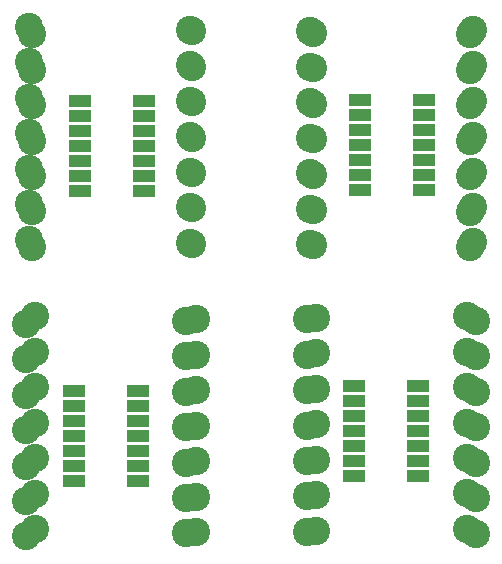
<source format=gbr>
G04 #@! TF.FileFunction,Soldermask,Bot*
%FSLAX46Y46*%
G04 Gerber Fmt 4.6, Leading zero omitted, Abs format (unit mm)*
G04 Created by KiCad (PCBNEW 4.0.6-e0-6349~53~ubuntu16.04.1) date Wed Aug  9 14:44:26 2017*
%MOMM*%
%LPD*%
G01*
G04 APERTURE LIST*
%ADD10C,0.100000*%
%ADD11C,2.400000*%
%ADD12R,1.900000X1.000000*%
G04 APERTURE END LIST*
D10*
D11*
X127449600Y-90534200D03*
X127449600Y-96534200D03*
X127449600Y-93534200D03*
X113893600Y-93788200D03*
D12*
X117924600Y-104089200D03*
X117924600Y-102819200D03*
X117924600Y-101549200D03*
X117924600Y-100279200D03*
X117924600Y-99009200D03*
X117924600Y-97739200D03*
X117924600Y-96469200D03*
X123324600Y-96469200D03*
X123324600Y-97739200D03*
X123324600Y-99009200D03*
X123324600Y-100279200D03*
X123324600Y-101549200D03*
X123324600Y-102819200D03*
X123324600Y-104089200D03*
D11*
X113893600Y-90788200D03*
X151198600Y-90407200D03*
X137642600Y-96661200D03*
X137642600Y-93661200D03*
D12*
X141673600Y-103962200D03*
X141673600Y-102692200D03*
X141673600Y-101422200D03*
X141673600Y-100152200D03*
X141673600Y-98882200D03*
X141673600Y-97612200D03*
X141673600Y-96342200D03*
X147073600Y-96342200D03*
X147073600Y-97612200D03*
X147073600Y-98882200D03*
X147073600Y-100152200D03*
X147073600Y-101422200D03*
X147073600Y-102692200D03*
X147073600Y-103962200D03*
D11*
X151198600Y-93407200D03*
X137642600Y-90661200D03*
X113893600Y-108788200D03*
X113893600Y-102788200D03*
X113893600Y-105788200D03*
X113893600Y-96788200D03*
X113893600Y-99788200D03*
X151198600Y-108407200D03*
X151198600Y-105407200D03*
X151198600Y-102407200D03*
X151198600Y-96407200D03*
X151198600Y-99407200D03*
X137642600Y-105661200D03*
X127449600Y-102534200D03*
X127449600Y-108534200D03*
X137642600Y-108661200D03*
X137642600Y-99661200D03*
X127449600Y-105534200D03*
X137642600Y-102661200D03*
X127449600Y-99534200D03*
D12*
X141165600Y-128219200D03*
X141165600Y-126949200D03*
X141165600Y-125679200D03*
X141165600Y-124409200D03*
X141165600Y-123139200D03*
X141165600Y-121869200D03*
X141165600Y-120599200D03*
X146565600Y-120599200D03*
X146565600Y-121869200D03*
X146565600Y-123139200D03*
X146565600Y-124409200D03*
X146565600Y-125679200D03*
X146565600Y-126949200D03*
X146565600Y-128219200D03*
D11*
X137134600Y-126918200D03*
X137134600Y-117918200D03*
X137134600Y-114918200D03*
X137134600Y-120918200D03*
X137134600Y-123918200D03*
X137134600Y-129918200D03*
X137134600Y-132918200D03*
X126941600Y-118045200D03*
X126941600Y-121045200D03*
X126941600Y-124045200D03*
X126941600Y-130045200D03*
X126941600Y-115045200D03*
X126941600Y-133045200D03*
X126941600Y-127045200D03*
D12*
X117416600Y-128600200D03*
X117416600Y-127330200D03*
X117416600Y-126060200D03*
X117416600Y-124790200D03*
X117416600Y-123520200D03*
X117416600Y-122250200D03*
X117416600Y-120980200D03*
X122816600Y-120980200D03*
X122816600Y-122250200D03*
X122816600Y-123520200D03*
X122816600Y-124790200D03*
X122816600Y-126060200D03*
X122816600Y-127330200D03*
X122816600Y-128600200D03*
D11*
X113385600Y-130299200D03*
X113385600Y-124299200D03*
X113385600Y-121299200D03*
X113385600Y-115299200D03*
X113385600Y-133299200D03*
X113385600Y-118299200D03*
X113385600Y-127299200D03*
X150690600Y-129664200D03*
X150690600Y-120664200D03*
X150690600Y-114664200D03*
X150690600Y-123664200D03*
X150690600Y-132664200D03*
X150690600Y-117664200D03*
X150690600Y-126664200D03*
X127729000Y-129935000D03*
X127729000Y-126935000D03*
X127729000Y-120935000D03*
X127729000Y-132935000D03*
X114173000Y-132681000D03*
X127729000Y-123935000D03*
X114173000Y-126681000D03*
X114173000Y-129681000D03*
X114173000Y-123681000D03*
X114173000Y-120681000D03*
X114173000Y-114681000D03*
X114173000Y-117681000D03*
X127729000Y-117935000D03*
X127729000Y-114935000D03*
X151478000Y-130062000D03*
X151478000Y-127062000D03*
X151478000Y-121062000D03*
X151478000Y-133062000D03*
X137922000Y-132808000D03*
X151478000Y-124062000D03*
X137922000Y-126808000D03*
X137922000Y-129808000D03*
X137922000Y-123808000D03*
X137922000Y-120808000D03*
X137922000Y-114808000D03*
X137922000Y-117808000D03*
X151478000Y-118062000D03*
X151478000Y-115062000D03*
X150970000Y-105805000D03*
X150970000Y-102805000D03*
X150970000Y-96805000D03*
X150970000Y-108805000D03*
X137414000Y-108551000D03*
X150970000Y-99805000D03*
X137414000Y-102551000D03*
X137414000Y-105551000D03*
X137414000Y-99551000D03*
X137414000Y-96551000D03*
X137414000Y-90551000D03*
X137414000Y-93551000D03*
X150970000Y-93805000D03*
X150970000Y-90805000D03*
X127221000Y-108424000D03*
X113665000Y-108170000D03*
X127221000Y-105424000D03*
X113665000Y-105170000D03*
X127221000Y-102424000D03*
X113665000Y-102170000D03*
X127221000Y-99424000D03*
X113665000Y-99170000D03*
X127221000Y-96424000D03*
X113665000Y-96170000D03*
X127221000Y-93424000D03*
X113665000Y-93170000D03*
X127221000Y-90424000D03*
X113665000Y-90170000D03*
M02*

</source>
